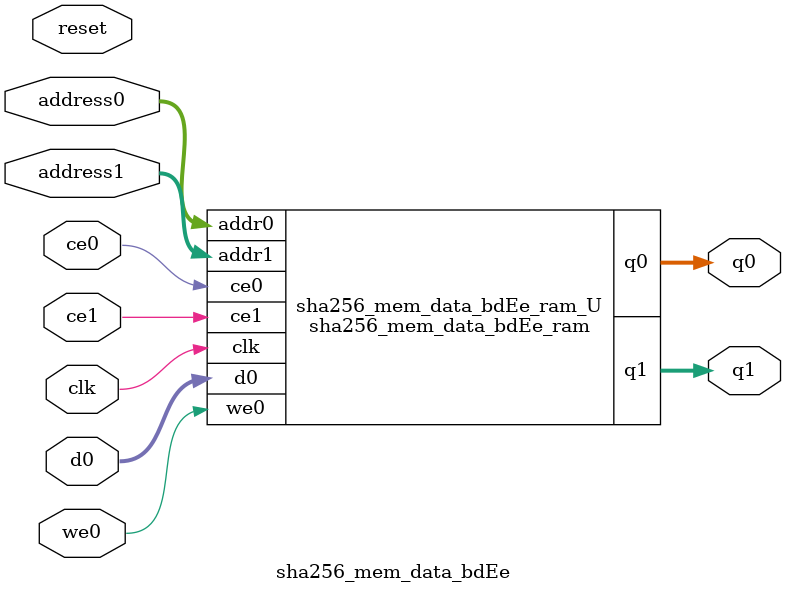
<source format=v>

`timescale 1 ns / 1 ps
module sha256_mem_data_bdEe_ram (addr0, ce0, d0, we0, q0, addr1, ce1, q1,  clk);

parameter DWIDTH = 8;
parameter AWIDTH = 6;
parameter MEM_SIZE = 64;

input[AWIDTH-1:0] addr0;
input ce0;
input[DWIDTH-1:0] d0;
input we0;
output reg[DWIDTH-1:0] q0;
input[AWIDTH-1:0] addr1;
input ce1;
output reg[DWIDTH-1:0] q1;
input clk;

(* ram_style = "distributed" *)reg [DWIDTH-1:0] ram[0:MEM_SIZE-1];




always @(posedge clk)  
begin 
    if (ce0) 
    begin
        if (we0) 
        begin 
            ram[addr0] <= d0; 
            q0 <= d0;
        end 
        else 
            q0 <= ram[addr0];
    end
end


always @(posedge clk)  
begin 
    if (ce1) 
    begin
            q1 <= ram[addr1];
    end
end


endmodule


`timescale 1 ns / 1 ps
module sha256_mem_data_bdEe(
    reset,
    clk,
    address0,
    ce0,
    we0,
    d0,
    q0,
    address1,
    ce1,
    q1);

parameter DataWidth = 32'd8;
parameter AddressRange = 32'd64;
parameter AddressWidth = 32'd6;
input reset;
input clk;
input[AddressWidth - 1:0] address0;
input ce0;
input we0;
input[DataWidth - 1:0] d0;
output[DataWidth - 1:0] q0;
input[AddressWidth - 1:0] address1;
input ce1;
output[DataWidth - 1:0] q1;



sha256_mem_data_bdEe_ram sha256_mem_data_bdEe_ram_U(
    .clk( clk ),
    .addr0( address0 ),
    .ce0( ce0 ),
    .d0( d0 ),
    .we0( we0 ),
    .q0( q0 ),
    .addr1( address1 ),
    .ce1( ce1 ),
    .q1( q1 ));

endmodule


</source>
